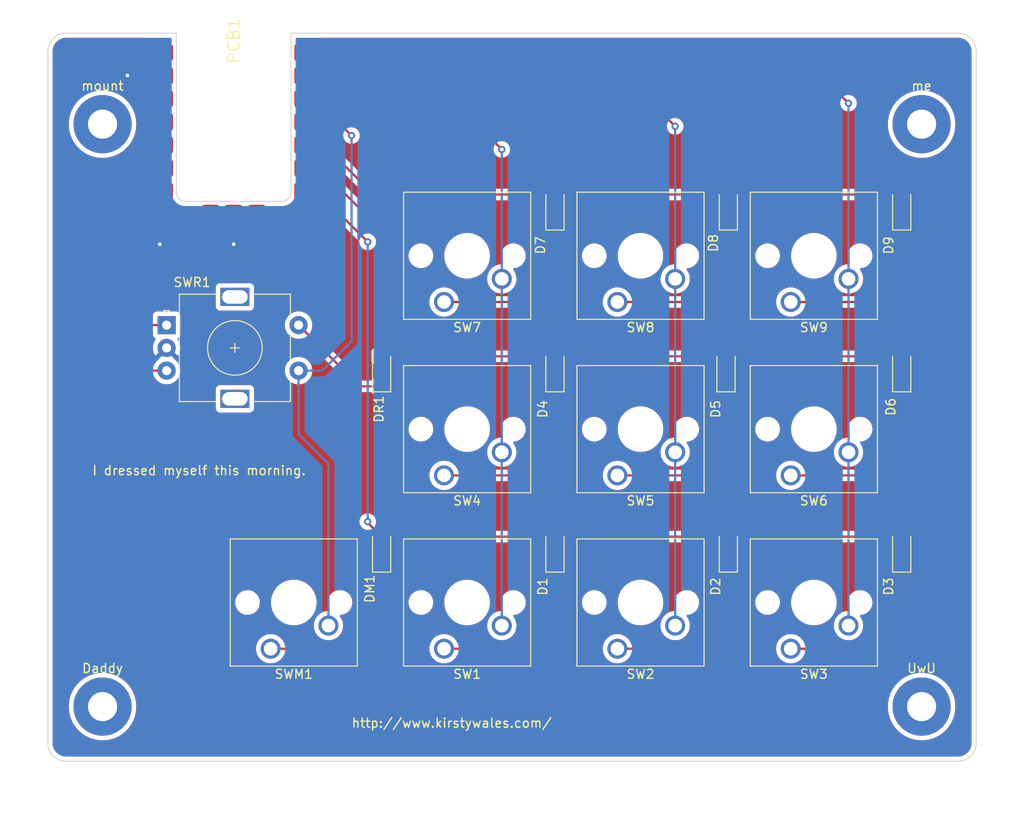
<source format=kicad_pcb>
(kicad_pcb (version 20211014) (generator pcbnew)
  (layers (0 "F.Cu" signal) (31 "B.Cu" signal) (34 "B.Paste" user) (35 "F.Paste" user) (36 "B.SilkS" user "B.Silkscreen") (37 "F.SilkS" user "F.Silkscreen") (38 "B.Mask" user) (39 "F.Mask" user) (44 "Edge.Cuts" user))
  (net 0 "")
  (net 1 "Net-(D1-Pad1)")
  (net 2 "Net-(D1-Pad2)")
  (net 3 "Net-(D2-Pad1)")
  (net 4 "Net-(D3-Pad1)")
  (net 5 "Net-(D4-Pad1)")
  (net 6 "Net-(D4-Pad2)")
  (net 7 "Net-(D5-Pad1)")
  (net 8 "Net-(D6-Pad1)")
  (net 9 "Net-(D7-Pad1)")
  (net 10 "Net-(D7-Pad2)")
  (net 11 "Net-(D8-Pad1)")
  (net 12 "Net-(D9-Pad1)")
  (net 13 "Net-(DM1-Pad1)")
  (net 14 "Net-(DR1-Pad1)")
  (net 17 "GND")
  (net 20 "Net-(PCB1-PadA1)")
  (net 21 "Net-(PCB1-PadA0)")
  (net 25 "Net-(PCB1-Pad3)")
  (net 26 "Net-(PCB1-Pad2)")
  (net 27 "Net-(PCB1-Pad1)")
  (net 28 "Net-(PCB1-Pad0)")
  (footprint "Diode_SMD:D_SOD-123" (layer "F.Cu") (at 201.814 69.382 90)
    (fp_text reference "D9" (at -3.928 -1.446 90) (layer "F.SilkS"))
    (fp_text value "DIODE")
    (fp_line (start -2.25 -1) (end -2.25 1) (layer "F.SilkS") (width 0.12))
    (fp_line (start -2.25 1) (end 1.65 1) (layer "F.SilkS") (width 0.12))
    (fp_line (start -2.25 -1) (end 1.65 -1) (layer "F.SilkS") (width 0.12))
    (pad "1" smd rect (at -1.65 0 90) (size 0.9 1.2) (layers "F.Cu" "F.Paste" "F.Mask") (net 12 "Net-(D9-Pad1)"))
    (pad "2" smd rect (at 1.65 0 90) (size 0.9 1.2) (layers "F.Cu" "F.Paste" "F.Mask") (net 10 "Net-(D7-Pad2)"))
  )
  (footprint "Diode_SMD:D_SOD-123" (layer "F.Cu") (at 201.814 106.974 90)
    (fp_text reference "D3" (at -3.836 -1.446 90) (layer "F.SilkS"))
    (fp_text value "DIODE")
    (fp_line (start -2.25 -1) (end -2.25 1) (layer "F.SilkS") (width 0.12))
    (fp_line (start -2.25 -1) (end 1.65 -1) (layer "F.SilkS") (width 0.12))
    (fp_line (start -2.25 1) (end 1.65 1) (layer "F.SilkS") (width 0.12))
    (pad "1" smd rect (at -1.65 0 90) (size 0.9 1.2) (layers "F.Cu" "F.Paste" "F.Mask") (net 4 "Net-(D3-Pad1)"))
    (pad "2" smd rect (at 1.65 0 90) (size 0.9 1.2) (layers "F.Cu" "F.Paste" "F.Mask") (net 2 "Net-(D1-Pad2)"))
  )
  (footprint "Diode_SMD:D_SOD-123" (layer "F.Cu") (at 144.664 87.162 90)
    (fp_text reference "DR1" (at -4.148 -0.296 90) (layer "F.SilkS"))
    (fp_text value "DIODE")
    (fp_line (start -2.25 1) (end 1.65 1) (layer "F.SilkS") (width 0.12))
    (fp_line (start -2.25 -1) (end 1.65 -1) (layer "F.SilkS") (width 0.12))
    (fp_line (start -2.25 -1) (end -2.25 1) (layer "F.SilkS") (width 0.12))
    (pad "1" smd rect (at -1.65 0 90) (size 0.9 1.2) (layers "F.Cu" "F.Paste" "F.Mask") (net 14 "Net-(DR1-Pad1)"))
    (pad "2" smd rect (at 1.65 0 90) (size 0.9 1.2) (layers "F.Cu" "F.Paste" "F.Mask") (net 6 "Net-(D4-Pad2)"))
  )
  (footprint "Diode_SMD:D_SOD-123" (layer "F.Cu") (at 163.714 106.974 90)
    (fp_text reference "D1" (at -3.836 -1.346 90) (layer "F.SilkS"))
    (fp_text value "DIODE")
    (fp_line (start -2.25 -1) (end -2.25 1) (layer "F.SilkS") (width 0.12))
    (fp_line (start -2.25 -1) (end 1.65 -1) (layer "F.SilkS") (width 0.12))
    (fp_line (start -2.25 1) (end 1.65 1) (layer "F.SilkS") (width 0.12))
    (pad "1" smd rect (at -1.65 0 90) (size 0.9 1.2) (layers "F.Cu" "F.Paste" "F.Mask") (net 1 "Net-(D1-Pad1)"))
    (pad "2" smd rect (at 1.65 0 90) (size 0.9 1.2) (layers "F.Cu" "F.Paste" "F.Mask") (net 2 "Net-(D1-Pad2)"))
  )
  (footprint "Diode_SMD:D_SOD-123" (layer "F.Cu") (at 182.51 87.162 90)
    (fp_text reference "D5" (at -4.148 -1.142 90) (layer "F.SilkS"))
    (fp_text value "DIODE")
    (fp_line (start -2.25 1) (end 1.65 1) (layer "F.SilkS") (width 0.12))
    (fp_line (start -2.25 -1) (end 1.65 -1) (layer "F.SilkS") (width 0.12))
    (fp_line (start -2.25 -1) (end -2.25 1) (layer "F.SilkS") (width 0.12))
    (pad "1" smd rect (at -1.65 0 90) (size 0.9 1.2) (layers "F.Cu" "F.Paste" "F.Mask") (net 7 "Net-(D5-Pad1)"))
    (pad "2" smd rect (at 1.65 0 90) (size 0.9 1.2) (layers "F.Cu" "F.Paste" "F.Mask") (net 6 "Net-(D4-Pad2)"))
  )
  (footprint "MountingHole:MountingHole_3.2mm_M3_Pad" (layer "F.Cu") (at 204 124)
    (fp_text reference "UwU" (at 0 -4.2) (layer "F.SilkS"))
    (fp_text value "MountingHole_3.2mm_M3_Pad")
    (pad "1" thru_hole circle locked (at 0 0) (size 6.4 6.4) (drill 3.2) (layers *.Cu *.Mask))
  )
  (footprint "Diode_SMD:D_SOD-123" (layer "F.Cu") (at 182.764 69.382 90)
    (fp_text reference "D8" (at -3.678 -1.646 90) (layer "F.SilkS"))
    (fp_text value "DIODE")
    (fp_line (start -2.25 -1) (end 1.65 -1) (layer "F.SilkS") (width 0.12))
    (fp_line (start -2.25 1) (end 1.65 1) (layer "F.SilkS") (width 0.12))
    (fp_line (start -2.25 -1) (end -2.25 1) (layer "F.SilkS") (width 0.12))
    (pad "1" smd rect (at -1.65 0 90) (size 0.9 1.2) (layers "F.Cu" "F.Paste" "F.Mask") (net 11 "Net-(D8-Pad1)"))
    (pad "2" smd rect (at 1.65 0 90) (size 0.9 1.2) (layers "F.Cu" "F.Paste" "F.Mask") (net 10 "Net-(D7-Pad2)"))
  )
  (footprint "Diode_SMD:D_SOD-123" (layer "F.Cu") (at 163.714 87.162 90)
    (fp_text reference "D4" (at -4.148 -1.346 90) (layer "F.SilkS"))
    (fp_text value "DIODE")
    (fp_line (start -2.25 -1) (end 1.65 -1) (layer "F.SilkS") (width 0.12))
    (fp_line (start -2.25 1) (end 1.65 1) (layer "F.SilkS") (width 0.12))
    (fp_line (start -2.25 -1) (end -2.25 1) (layer "F.SilkS") (width 0.12))
    (pad "1" smd rect (at -1.65 0 90) (size 0.9 1.2) (layers "F.Cu" "F.Paste" "F.Mask") (net 5 "Net-(D4-Pad1)"))
    (pad "2" smd rect (at 1.65 0 90) (size 0.9 1.2) (layers "F.Cu" "F.Paste" "F.Mask") (net 6 "Net-(D4-Pad2)"))
  )
  (footprint "Button_Switch_Keyboard:SW_Cherry_MX_1.00u_PCB" (layer "F.Cu") (at 132.472 117.642 180)
    (fp_text reference "SWM1" (at -2.54 -2.794) (layer "F.SilkS"))
    (fp_text value "SW_Push")
    (fp_line (start 4.445 12.065) (end -9.525 12.065) (layer "F.SilkS") (width 0.12))
    (fp_line (start -9.525 12.065) (end -9.525 -1.905) (layer "F.SilkS") (width 0.12))
    (fp_line (start -9.525 -1.905) (end 4.445 -1.905) (layer "F.SilkS") (width 0.12))
    (fp_line (start 4.445 -1.905) (end 4.445 12.065) (layer "F.SilkS") (width 0.12))
    (pad "" np_thru_hole circle (at -2.54 5.08 180) (size 4 4) (drill 4) (layers *.Cu *.Mask))
    (pad "" np_thru_hole circle (at 2.54 5.08 180) (size 1.7 1.7) (drill 1.7) (layers *.Cu *.Mask))
    (pad "" np_thru_hole circle (at -7.62 5.08 180) (size 1.7 1.7) (drill 1.7) (layers *.Cu *.Mask))
    (pad "1" thru_hole circle (at 0 0 180) (size 2.2 2.2) (drill 1.5) (layers *.Cu *.Mask) (net 13 "Net-(DM1-Pad1)"))
    (pad "2" thru_hole circle (at -6.35 2.54 180) (size 2.2 2.2) (drill 1.5) (layers *.Cu *.Mask) (net 25 "Net-(PCB1-Pad3)"))
  )
  (footprint "Button_Switch_Keyboard:SW_Cherry_MX_1.00u_PCB" (layer "F.Cu") (at 170.572 98.592 180)
    (fp_text reference "SW5" (at -2.54 -2.794) (layer "F.SilkS"))
    (fp_text value "SW_Push")
    (fp_line (start -9.525 12.065) (end -9.525 -1.905) (layer "F.SilkS") (width 0.12))
    (fp_line (start 4.445 12.065) (end -9.525 12.065) (layer "F.SilkS") (width 0.12))
    (fp_line (start 4.445 -1.905) (end 4.445 12.065) (layer "F.SilkS") (width 0.12))
    (fp_line (start -9.525 -1.905) (end 4.445 -1.905) (layer "F.SilkS") (width 0.12))
    (pad "" np_thru_hole circle (at -7.62 5.08 180) (size 1.7 1.7) (drill 1.7) (layers *.Cu *.Mask))
    (pad "" np_thru_hole circle (at 2.54 5.08 180) (size 1.7 1.7) (drill 1.7) (layers *.Cu *.Mask))
    (pad "" np_thru_hole circle (at -2.54 5.08 180) (size 4 4) (drill 4) (layers *.Cu *.Mask))
    (pad "1" thru_hole circle (at 0 0 180) (size 2.2 2.2) (drill 1.5) (layers *.Cu *.Mask) (net 7 "Net-(D5-Pad1)"))
    (pad "2" thru_hole circle (at -6.35 2.54 180) (size 2.2 2.2) (drill 1.5) (layers *.Cu *.Mask) (net 27 "Net-(PCB1-Pad1)"))
  )
  (footprint "pimoroni-boards:TINY2040" (layer "F.Cu") (at 128.408 50.8686 -90)
    (fp_text reference "PCB1" (at 0 0 90) (layer "F.SilkS") (effects (font (size 1.27 1.27))))
    (fp_text value "TINY2040")
    (fp_line (start 16.62 6.3) (end 0.7 6.3) (layer "Edge.Cuts") (width 0.1))
    (fp_line (start 0.7 -6.3) (end 16.62 -6.3) (layer "Edge.Cuts") (width 0.1))
    (fp_line (start 17.62 -5.3) (end 17.62 5.3) (layer "Edge.Cuts") (width 0.1))
    (fp_arc (start 16.62 -6.3) (mid 17.327107 -6.007107) (end 17.62 -5.3) (layer "Edge.Cuts") (width 0.1))
    (fp_arc (start 17.62 5.3) (mid 17.327107 6.007107) (end 16.62 6.3) (layer "Edge.Cuts") (width 0.1))
    (pad "0" smd roundrect (at 1.27 -8.17) (size 3 1.9) (layers "F.Cu" "F.Paste" "F.Mask") (roundrect_rratio 0.15) (net 28 "Net-(PCB1-Pad0)"))
    (pad "1" smd roundrect (at 3.81 -8.17) (size 3 1.9) (layers "F.Cu" "F.Paste" "F.Mask") (roundrect_rratio 0.15) (net 27 "Net-(PCB1-Pad1)"))
    (pad "2" smd roundrect (at 6.35 -8.17) (size 3 1.9) (layers "F.Cu" "F.Paste" "F.Mask") (roundrect_rratio 0.15) (net 26 "Net-(PCB1-Pad2)"))
    (pad "3" smd roundrect (at 8.89 -8.17) (size 3 1.9) (layers "F.Cu" "F.Paste" "F.Mask") (roundrect_rratio 0.15) (net 25 "Net-(PCB1-Pad3)"))
    (pad "3V3" smd roundrect (at 6.35 8.17) (size 3 1.9) (layers "F.Cu" "F.Paste" "F.Mask") (roundrect_rratio 0.15))
    (pad "4" smd roundrect (at 11.43 -8.17) (size 3 1.9) (layers "F.Cu" "F.Paste" "F.Mask") (roundrect_rratio 0.15) (net 10 "Net-(D7-Pad2)"))
    (pad "5" smd roundrect (at 13.97 -8.17) (size 3 1.9) (layers "F.Cu" "F.Paste" "F.Mask") (roundrect_rratio 0.15) (net 6 "Net-(D4-Pad2)"))
    (pad "5V" smd roundrect (at 1.27 8.17) (size 3 1.9) (layers "F.Cu" "F.Paste" "F.Mask") (roundrect_rratio 0.15))
    (pad "6" smd roundrect (at 16.51 -8.17) (size 3 1.9) (layers "F.Cu" "F.Paste" "F.Mask") (roundrect_rratio 0.15) (net 2 "Net-(D1-Pad2)"))
    (pad "7" smd roundrect (at 19.05 -8.17) (size 3 1.9) (layers "F.Cu" "F.Paste" "F.Mask") (roundrect_rratio 0.15))
    (pad "A0" smd roundrect (at 16.51 8.17) (size 3 1.9) (layers "F.Cu" "F.Paste" "F.Mask") (roundrect_rratio 0.15) (net 21 "Net-(PCB1-PadA0)"))
    (pad "A1" smd roundrect (at 13.97 8.17) (size 3 1.9) (layers "F.Cu" "F.Paste" "F.Mask") (roundrect_rratio 0.15) (net 20 "Net-(PCB1-PadA1)"))
    (pad "A2" smd roundrect (at 11.43 8.17) (size 3 1.9) (layers "F.Cu" "F.Paste" "F.Mask") (roundrect_rratio 0.15))
    (pad "A3" smd roundrect (at 8.89 8.17) (size 3 1.9) (layers "F.Cu" "F.Paste" "F.Mask") (roundrect_rratio 0.15))
    (pad "GND1" smd roundrect (at 3.81 8.17) (size 3 1.9) (layers "F.Cu" "F.Paste" "F.Mask") (roundrect_rratio 0.15) (net 17 "GND"))
    (pad "GND2" smd roundrect (at 19.05 8.17) (size 3 1.9) (layers "F.Cu" "F.Paste" "F.Mask") (roundrect_rratio 0.15) (net 17 "GND"))
    (pad "GND3" smd roundrect (at 19.49 0 90) (size 3 1.9) (layers "F.Cu" "F.Paste" "F.Mask") (roundrect_rratio 0.15) (net 17 "GND"))
    (pad "SWCLK" smd roundrect (at 19.49 2.54 90) (size 3 1.9) (layers "F.Cu" "F.Paste" "F.Mask") (roundrect_rratio 0.15))
    (pad "SWDIO" smd roundrect (at 19.49 -2.54 90) (size 3 1.9) (layers "F.Cu" "F.Paste" "F.Mask") (roundrect_rratio 0.15))
    (zone (net 0) (net_name "") (layer "F.Cu") (connect_pads (clearance 0)) (min_thickness 0.254)
      (keepout (tracks not_allowed) (vias not_allowed) (pads not_allowed) (copperpour not_allowed) (footprints allowed))
      (fill (thermal_gap 0.508) (thermal_bridge_width 0.508))
      (polygon (pts (xy 122.008 68.2686) (xy 122.008 70.8686) (xy 124.608 70.8686) (xy 124.608 68.2686)))
    )
    (zone (net 0) (net_name "") (layer "F.Cu") (connect_pads (clearance 0)) (min_thickness 0.254)
      (keepout (tracks not_allowed) (vias not_allowed) (pads not_allowed) (copperpour not_allowed) (footprints allowed))
      (fill (thermal_gap 0.508) (thermal_bridge_width 0.508))
      (polygon (pts (xy 132.208 68.2686) (xy 132.208 70.8686) (xy 134.808 70.8686) (xy 134.808 68.2686)))
    )
  )
  (footprint "Button_Switch_Keyboard:SW_Cherry_MX_1.00u_PCB" (layer "F.Cu") (at 151.522 79.542 180)
    (fp_text reference "SW7" (at -2.54 -2.794) (layer "F.SilkS"))
    (fp_text value "SW_Push")
    (fp_line (start 4.445 12.065) (end -9.525 12.065) (layer "F.SilkS") (width 0.12))
    (fp_line (start -9.525 12.065) (end -9.525 -1.905) (layer "F.SilkS") (width 0.12))
    (fp_line (start 4.445 -1.905) (end 4.445 12.065) (layer "F.SilkS") (width 0.12))
    (fp_line (start -9.525 -1.905) (end 4.445 -1.905) (layer "F.SilkS") (width 0.12))
    (pad "" np_thru_hole circle (at -7.62 5.08 180) (size 1.7 1.7) (drill 1.7) (layers *.Cu *.Mask))
    (pad "" np_thru_hole circle (at -2.54 5.08 180) (size 4 4) (drill 4) (layers *.Cu *.Mask))
    (pad "" np_thru_hole circle (at 2.54 5.08 180) (size 1.7 1.7) (drill 1.7) (layers *.Cu *.Mask))
    (pad "1" thru_hole circle (at 0 0 180) (size 2.2 2.2) (drill 1.5) (layers *.Cu *.Mask) (net 9 "Net-(D7-Pad1)"))
    (pad "2" thru_hole circle (at -6.35 2.54 180) (size 2.2 2.2) (drill 1.5) (layers *.Cu *.Mask) (net 26 "Net-(PCB1-Pad2)"))
  )
  (footprint "Button_Switch_Keyboard:SW_Cherry_MX_1.00u_PCB" (layer "F.Cu") (at 170.572 79.542 180)
    (fp_text reference "SW8" (at -2.54 -2.794) (layer "F.SilkS"))
    (fp_text value "SW_Push")
    (fp_line (start 4.445 -1.905) (end 4.445 12.065) (layer "F.SilkS") (width 0.12))
    (fp_line (start -9.525 12.065) (end -9.525 -1.905) (layer "F.SilkS") (width 0.12))
    (fp_line (start 4.445 12.065) (end -9.525 12.065) (layer "F.SilkS") (width 0.12))
    (fp_line (start -9.525 -1.905) (end 4.445 -1.905) (layer "F.SilkS") (width 0.12))
    (pad "" np_thru_hole circle (at 2.54 5.08 180) (size 1.7 1.7) (drill 1.7) (layers *.Cu *.Mask))
    (pad "" np_thru_hole circle (at -7.62 5.08 180) (size 1.7 1.7) (drill 1.7) (layers *.Cu *.Mask))
    (pad "" np_thru_hole circle (at -2.54 5.08 180) (size 4 4) (drill 4) (layers *.Cu *.Mask))
    (pad "1" thru_hole circle (at 0 0 180) (size 2.2 2.2) (drill 1.5) (layers *.Cu *.Mask) (net 11 "Net-(D8-Pad1)"))
    (pad "2" thru_hole circle (at -6.35 2.54 180) (size 2.2 2.2) (drill 1.5) (layers *.Cu *.Mask) (net 27 "Net-(PCB1-Pad1)"))
  )
  (footprint "Button_Switch_Keyboard:SW_Cherry_MX_1.00u_PCB" (layer "F.Cu") (at 189.622 117.642 180)
    (fp_text reference "SW3" (at -2.54 -2.794) (layer "F.SilkS"))
    (fp_text value "SW_Push")
    (fp_line (start -9.525 12.065) (end -9.525 -1.905) (layer "F.SilkS") (width 0.12))
    (fp_line (start 4.445 12.065) (end -9.525 12.065) (layer "F.SilkS") (width 0.12))
    (fp_line (start 4.445 -1.905) (end 4.445 12.065) (layer "F.SilkS") (width 0.12))
    (fp_line (start -9.525 -1.905) (end 4.445 -1.905) (layer "F.SilkS") (width 0.12))
    (pad "" np_thru_hole circle (at -7.62 5.08 180) (size 1.7 1.7) (drill 1.7) (layers *.Cu *.Mask))
    (pad "" np_thru_hole circle (at 2.54 5.08 180) (size 1.7 1.7) (drill 1.7) (layers *.Cu *.Mask))
    (pad "" np_thru_hole circle (at -2.54 5.08 180) (size 4 4) (drill 4) (layers *.Cu *.Mask))
    (pad "1" thru_hole circle (at 0 0 180) (size 2.2 2.2) (drill 1.5) (layers *.Cu *.Mask) (net 4 "Net-(D3-Pad1)"))
    (pad "2" thru_hole circle (at -6.35 2.54 180) (size 2.2 2.2) (drill 1.5) (layers *.Cu *.Mask) (net 28 "Net-(PCB1-Pad0)"))
  )
  (footprint "MountingHole:MountingHole_3.2mm_M3_Pad" (layer "F.Cu") (at 114 124)
    (fp_text reference "Daddy" (at 0 -4.2) (layer "F.SilkS"))
    (fp_text value "MountingHole_3.2mm_M3_Pad")
    (pad "1" thru_hole circle locked (at 0 0) (size 6.4 6.4) (drill 3.2) (layers *.Cu *.Mask))
  )
  (footprint "MountingHole:MountingHole_3.2mm_M3_Pad" (layer "F.Cu") (at 204 60)
    (fp_text reference "me" (at 0 -4.2) (layer "F.SilkS"))
    (fp_text value "MountingHole_3.2mm_M3_Pad")
    (pad "1" thru_hole circle locked (at 0 0) (size 6.4 6.4) (drill 3.2) (layers *.Cu *.Mask))
  )
  (footprint "Button_Switch_Keyboard:SW_Cherry_MX_1.00u_PCB" (layer "F.Cu") (at 151.522 98.592 180)
    (fp_text reference "SW4" (at -2.54 -2.794) (layer "F.SilkS"))
    (fp_text value "SW_Push")
    (fp_line (start 4.445 -1.905) (end 4.445 12.065) (layer "F.SilkS") (width 0.12))
    (fp_line (start -9.525 -1.905) (end 4.445 -1.905) (layer "F.SilkS") (width 0.12))
    (fp_line (start 4.445 12.065) (end -9.525 12.065) (layer "F.SilkS") (width 0.12))
    (fp_line (start -9.525 12.065) (end -9.525 -1.905) (layer "F.SilkS") (width 0.12))
    (pad "" np_thru_hole circle (at 2.54 5.08 180) (size 1.7 1.7) (drill 1.7) (layers *.Cu *.Mask))
    (pad "" np_thru_hole circle (at -2.54 5.08 180) (size 4 4) (drill 4) (layers *.Cu *.Mask))
    (pad "" np_thru_hole circle (at -7.62 5.08 180) (size 1.7 1.7) (drill 1.7) (layers *.Cu *.Mask))
    (pad "1" thru_hole circle (at 0 0 180) (size 2.2 2.2) (drill 1.5) (layers *.Cu *.Mask) (net 5 "Net-(D4-Pad1)"))
    (pad "2" thru_hole circle (at -6.35 2.54 180) (size 2.2 2.2) (drill 1.5) (layers *.Cu *.Mask) (net 26 "Net-(PCB1-Pad2)"))
  )
  (footprint "Diode_SMD:D_SOD-123" (layer "F.Cu") (at 201.814 87.162 90)
    (fp_text reference "D6" (at -3.898 -1.196 90) (layer "F.SilkS"))
    (fp_text value "DIODE")
    (fp_line (start -2.25 -1) (end 1.65 -1) (layer "F.SilkS") (width 0.12))
    (fp_line (start -2.25 1) (end 1.65 1) (layer "F.SilkS") (width 0.12))
    (fp_line (start -2.25 -1) (end -2.25 1) (layer "F.SilkS") (width 0.12))
    (pad "1" smd rect (at -1.65 0 90) (size 0.9 1.2) (layers "F.Cu" "F.Paste" "F.Mask") (net 8 "Net-(D6-Pad1)"))
    (pad "2" smd rect (at 1.65 0 90) (size 0.9 1.2) (layers "F.Cu" "F.Paste" "F.Mask") (net 6 "Net-(D4-Pad2)"))
  )
  (footprint "Rotary_Encoder:RotaryEncoder_Alps_EC11E-Switch_Vertical_H20mm" (layer "F.Cu") (at 121.042 82.082)
    (fp_text reference "SWR1" (at 2.8 -4.7) (layer "F.SilkS"))
    (fp_text value "RotaryEncoder_Switch")
    (fp_line (start 5.5 -3.4) (end 1.4 -3.4) (layer "F.SilkS") (width 0.12))
    (fp_line (start 13.6 8.4) (end 9.5 8.4) (layer "F.SilkS") (width 0.12))
    (fp_line (start 5.5 8.4) (end 1.4 8.4) (layer "F.SilkS") (width 0.12))
    (fp_line (start 0.3 -1.6) (end 0 -1.3) (layer "F.SilkS") (width 0.12))
    (fp_line (start 1.4 -3.4) (end 1.4 8.4) (layer "F.SilkS") (width 0.12))
    (fp_line (start 7 2.5) (end 8 2.5) (layer "F.SilkS") (width 0.12))
    (fp_line (start 13.6 -3.4) (end 13.6 -1) (layer "F.SilkS") (width 0.12))
    (fp_line (start 7.5 2) (end 7.5 3) (layer "F.SilkS") (width 0.12))
    (fp_line (start 0 -1.3) (end -0.3 -1.6) (layer "F.SilkS") (width 0.12))
    (fp_line (start -0.3 -1.6) (end 0.3 -1.6) (layer "F.SilkS") (width 0.12))
    (fp_line (start 13.6 6) (end 13.6 8.4) (layer "F.SilkS") (width 0.12))
    (fp_line (start 13.6 1.2) (end 13.6 3.8) (layer "F.SilkS") (width 0.12))
    (fp_line (start 9.5 -3.4) (end 13.6 -3.4) (layer "F.SilkS") (width 0.12))
    (fp_circle (center 7.5 2.5) (end 10.5 2.5) (layer "F.SilkS") (width 0.12) (fill none))
    (pad "A" thru_hole rect (at 0 0) (size 2 2) (drill 1) (layers *.Cu *.Mask) (net 21 "Net-(PCB1-PadA0)"))
    (pad "B" thru_hole circle (at 0 5) (size 2 2) (drill 1) (layers *.Cu *.Mask) (net 20 "Net-(PCB1-PadA1)"))
    (pad "C" thru_hole circle (at 0 2.5) (size 2 2) (drill 1) (layers *.Cu *.Mask) (net 17 "GND"))
    (pad "MP" thru_hole rect (at 7.5 8.1) (size 3.2 2) (drill oval 2.8 1.5) (layers *.Cu *.Mask))
    (pad "MP" thru_hole rect (at 7.5 -3.1) (size 3.2 2) (drill oval 2.8 1.5) (layers *.Cu *.Mask))
    (pad "S1" thru_hole circle (at 14.5 5) (size 2 2) (drill 1) (layers *.Cu *.Mask) (net 25 "Net-(PCB1-Pad3)"))
    (pad "S2" thru_hole circle (at 14.5 0) (size 2 2) (drill 1) (layers *.Cu *.Mask) (net 14 "Net-(DR1-Pad1)"))
  )
  (footprint "Button_Switch_Keyboard:SW_Cherry_MX_1.00u_PCB" (layer "F.Cu") (at 170.572 117.642 180)
    (fp_text reference "SW2" (at -2.54 -2.794) (layer "F.SilkS"))
    (fp_text value "SW_Push")
    (fp_line (start -9.525 12.065) (end -9.525 -1.905) (layer "F.SilkS") (width 0.12))
    (fp_line (start -9.525 -1.905) (end 4.445 -1.905) (layer "F.SilkS") (width 0.12))
    (fp_line (start 4.445 12.065) (end -9.525 12.065) (layer "F.SilkS") (width 0.12))
    (fp_line (start 4.445 -1.905) (end 4.445 12.065) (layer "F.SilkS") (width 0.12))
    (pad "" np_thru_hole circle (at -7.62 5.08 180) (size 1.7 1.7) (drill 1.7) (layers *.Cu *.Mask))
    (pad "" np_thru_hole circle (at -2.54 5.08 180) (size 4 4) (drill 4) (layers *.Cu *.Mask))
    (pad "" np_thru_hole circle (at 2.54 5.08 180) (size 1.7 1.7) (drill 1.7) (layers *.Cu *.Mask))
    (pad "1" thru_hole circle (at 0 0 180) (size 2.2 2.2) (drill 1.5) (layers *.Cu *.Mask) (net 3 "Net-(D2-Pad1)"))
    (pad "2" thru_hole circle (at -6.35 2.54 180) (size 2.2 2.2) (drill 1.5) (layers *.Cu *.Mask) (net 27 "Net-(PCB1-Pad1)"))
  )
  (footprint "MountingHole:MountingHole_3.2mm_M3_Pad" (layer "F.Cu") (at 114 60)
    (fp_text reference "mount" (at 0 -4.2) (layer "F.SilkS"))
    (fp_text value "MountingHole_3.2mm_M3_Pad")
    (pad "1" thru_hole circle locked (at 0 0) (size 6.4 6.4) (drill 3.2) (layers *.Cu *.Mask))
  )
  (footprint "Button_Switch_Keyboard:SW_Cherry_MX_1.00u_PCB" (layer "F.Cu") (at 189.622 79.542 180)
    (fp_text reference "SW9" (at -2.54 -2.794) (layer "F.SilkS"))
    (fp_text value "SW_Push")
    (fp_line (start 4.445 -1.905) (end 4.445 12.065) (layer "F.SilkS") (width 0.12))
    (fp_line (start 4.445 12.065) (end -9.525 12.065) (layer "F.SilkS") (width 0.12))
    (fp_line (start -9.525 -1.905) (end 4.445 -1.905) (layer "F.SilkS") (width 0.12))
    (fp_line (start -9.525 12.065) (end -9.525 -1.905) (layer "F.SilkS") (width 0.12))
    (pad "" np_thru_hole circle (at -2.54 5.08 180) (size 4 4) (drill 4) (layers *.Cu *.Mask))
    (pad "" np_thru_hole circle (at -7.62 5.08 180) (size 1.7 1.7) (drill 1.7) (layers *.Cu *.Mask))
    (pad "" np_thru_hole circle (at 2.54 5.08 180) (size 1.7 1.7) (drill 1.7) (layers *.Cu *.Mask))
    (pad "1" thru_hole circle (at 0 0 180) (size 2.2 2.2) (drill 1.5) (layers *.Cu *.Mask) (net 12 "Net-(D9-Pad1)"))
    (pad "2" thru_hole circle (at -6.35 2.54 180) (size 2.2 2.2) (drill 1.5) (layers *.Cu *.Mask) (net 28 "Net-(PCB1-Pad0)"))
  )
  (footprint "Diode_SMD:D_SOD-123" (layer "F.Cu") (at 182.764 106.974 90)
    (fp_text reference "D2" (at -3.836 -1.396 90) (layer "F.SilkS"))
    (fp_text value "DIODE")
    (fp_line (start -2.25 -1) (end -2.25 1) (layer "F.SilkS") (width 0.12))
    (fp_line (start -2.25 -1) (end 1.65 -1) (layer "F.SilkS") (width 0.12))
    (fp_line (start -2.25 1) (end 1.65 1) (layer "F.SilkS") (width 0.12))
    (pad "1" smd rect (at -1.65 0 90) (size 0.9 1.2) (layers "F.Cu" "F.Paste" "F.Mask") (net 3 "Net-(D2-Pad1)"))
    (pad "2" smd rect (at 1.65 0 90) (size 0.9 1.2) (layers "F.Cu" "F.Paste" "F.Mask") (net 2 "Net-(D1-Pad2)"))
  )
  (footprint "Button_Switch_Keyboard:SW_Cherry_MX_1.00u_PCB" (layer "F.Cu") (at 189.622 98.592 180)
    (fp_text reference "SW6" (at -2.54 -2.794) (layer "F.SilkS"))
    (fp_text value "SW_Push")
    (fp_line (start -9.525 12.065) (end -9.525 -1.905) (layer "F.SilkS") (width 0.12))
    (fp_line (start -9.525 -1.905) (end 4.445 -1.905) (layer "F.SilkS") (width 0.12))
    (fp_line (start 4.445 -1.905) (end 4.445 12.065) (layer "F.SilkS") (width 0.12))
    (fp_line (start 4.445 12.065) (end -9.525 12.065) (layer "F.SilkS") (width 0.12))
    (pad "" np_thru_hole circle (at -2.54 5.08 180) (size 4 4) (drill 4) (layers *.Cu *.Mask))
    (pad "" np_thru_hole circle (at 2.54 5.08 180) (size 1.7 1.7) (drill 1.7) (layers *.Cu *.Mask))
    (pad "" np_thru_hole circle (at -7.62 5.08 180) (size 1.7 1.7) (drill 1.7) (layers *.Cu *.Mask))
    (pad "1" thru_hole circle (at 0 0 180) (size 2.2 2.2) (drill 1.5) (layers *.Cu *.Mask) (net 8 "Net-(D6-Pad1)"))
    (pad "2" thru_hole circle (at -6.35 2.54 180) (size 2.2 2.2) (drill 1.5) (layers *.Cu *.Mask) (net 28 "Net-(PCB1-Pad0)"))
  )
  (footprint "Button_Switch_Keyboard:SW_Cherry_MX_1.00u_PCB" (layer "F.Cu") (at 151.522 117.642 180)
    (fp_text reference "SW1" (at -2.54 -2.794) (layer "F.SilkS"))
    (fp_text value "SW_Push")
    (fp_line (start 4.445 -1.905) (end 4.445 12.065) (layer "F.SilkS") (width 0.12))
    (fp_line (start -9.525 12.065) (end -9.525 -1.905) (layer "F.SilkS") (width 0.12))
    (fp_line (start -9.525 -1.905) (end 4.445 -1.905) (layer "F.SilkS") (width 0.12))
    (fp_line (start 4.445 12.065) (end -9.525 12.065) (layer "F.SilkS") (width 0.12))
    (pad "" np_thru_hole circle (at -7.62 5.08 180) (size 1.7 1.7) (drill 1.7) (layers *.Cu *.Mask))
    (pad "" np_thru_hole circle (at -2.54 5.08 180) (size 4 4) (drill 4) (layers *.Cu *.Mask))
    (pad "" np_thru_hole circle (at 2.54 5.08 180) (size 1.7 1.7) (drill 1.7) (layers *.Cu *.Mask))
    (pad "1" thru_hole circle (at 0 0 180) (size 2.2 2.2) (drill 1.5) (layers *.Cu *.Mask) (net 1 "Net-(D1-Pad1)"))
    (pad "2" thru_hole circle (at -6.35 2.54 180) (size 2.2 2.2) (drill 1.5) (layers *.Cu *.Mask) (net 26 "Net-(PCB1-Pad2)"))
  )
  (footprint "Diode_SMD:D_SOD-123" (layer "F.Cu") (at 144.664 106.974 90)
    (fp_text reference "DM1" (at -4.086 -1.296 90) (layer "F.SilkS"))
    (fp_text value "DIODE")
    (fp_line (start -2.25 -1) (end -2.25 1) (layer "F.SilkS") (width 0.12))
    (fp_line (start -2.25 -1) (end 1.65 -1) (layer "F.SilkS") (width 0.12))
    (fp_line (start -2.25 1) (end 1.65 1) (layer "F.SilkS") (width 0.12))
    (pad "1" smd rect (at -1.65 0 90) (size 0.9 1.2) (layers "F.Cu" "F.Paste" "F.Mask") (net 13 "Net-(DM1-Pad1)"))
    (pad "2" smd rect (at 1.65 0 90) (size 0.9 1.2) (layers "F.Cu" "F.Paste" "F.Mask") (net 2 "Net-(D1-Pad2)"))
  )
  (footprint "Diode_SMD:D_SOD-123" (layer "F.Cu") (at 163.714 69.382 90)
    (fp_text reference "D7" (at -3.928 -1.596 90) (layer "F.SilkS"))
    (fp_text value "DIODE")
    (fp_line (start -2.25 -1) (end -2.25 1) (layer "F.SilkS") (width 0.12))
    (fp_line (start -2.25 -1) (end 1.65 -1) (layer "F.SilkS") (width 0.12))
    (fp_line (start -2.25 1) (end 1.65 1) (layer "F.SilkS") (width 0.12))
    (pad "1" smd rect (at -1.65 0 90) (size 0.9 1.2) (layers "F.Cu" "F.Paste" "F.Mask") (net 9 "Net-(D7-Pad1)"))
    (pad "2" smd rect (at 1.65 0 90) (size 0.9 1.2) (layers "F.Cu" "F.Paste" "F.Mask") (net 10 "Net-(D7-Pad2)"))
  )
  (gr_arc (start 210 128) (mid 209.414214 129.414214) (end 208 130) (layer "Edge.Cuts") (width 0.1))
  (gr_line (start 110 50) (end 122.108 50) (layer "Edge.Cuts") (width 0.1))
  (gr_line (start 134.708 50) (end 208 50) (layer "Edge.Cuts") (width 0.1))
  (gr_line (start 210 128) (end 210 52) (layer "Edge.Cuts") (width 0.1))
  (gr_line (start 108 128) (end 108 52) (layer "Edge.Cuts") (width 0.1))
  (gr_arc (start 108 52) (mid 108.585786 50.585786) (end 110 50) (layer "Edge.Cuts") (width 0.1))
  (gr_line (start 208 130) (end 110 130) (layer "Edge.Cuts") (width 0.1))
  (gr_arc (start 110 130) (mid 108.585786 129.414214) (end 108 128) (layer "Edge.Cuts") (width 0.1))
  (gr_line (start 134.708 51.5686) (end 134.708 50) (layer "Edge.Cuts") (width 0.1))
  (gr_arc (start 208 50) (mid 209.414214 50.585786) (end 210 52) (layer "Edge.Cuts") (width 0.1))
  (gr_line (start 122.108 50) (end 122.108 51.5686) (layer "Edge.Cuts") (width 0.1))
  (gr_text "I dressed myself this morning." (at 124.618 98.06) (layer "F.SilkS") (effects (font (size 1 1))))
  (gr_text "http://www.kirstywales.com/" (at 152.368 125.81) (layer "F.SilkS") (effects (font (size 1 1))))
  (segment (start 163.714 114.594) (end 160.666 117.642) (width 0.25) (layer "F.Cu") (net 1))
  (segment (start 160.666 117.642) (end 151.522 117.642) (width 0.25) (layer "F.Cu") (net 1))
  (segment (start 163.714 108.624) (end 163.714 114.594) (width 0.25) (layer "F.Cu") (net 1))
  (segment (start 143.14 103.672) (end 143.14 103.8) (width 0.25) (layer "F.Cu") (net 2))
  (segment (start 136.578 67.3786) (end 137.5806 67.3786) (width 0.25) (layer "F.Cu") (net 2))
  (segment (start 143.14 103.8) (end 144.664 105.324) (width 0.25) (layer "F.Cu") (net 2))
  (segment (start 137.5806 67.3786) (end 143.14 72.938) (width 0.25) (layer "F.Cu") (net 2))
  (segment (start 144.664 105.324) (end 201.814 105.324) (width 0.25) (layer "F.Cu") (net 2))
  (via (at 143.14 103.672) (size 0.8) (drill 0.4) (layers "F.Cu" "B.Cu") (net 2))
  (via (at 143.14 72.938) (size 0.8) (drill 0.4) (layers "F.Cu" "B.Cu") (net 2))
  (segment (start 143.14 72.938) (end 143.14 103.672) (width 0.25) (layer "B.Cu") (net 2))
  (segment (start 179.716 117.642) (end 170.572 117.642) (width 0.25) (layer "F.Cu") (net 3))
  (segment (start 182.764 108.624) (end 182.764 114.594) (width 0.25) (layer "F.Cu") (net 3))
  (segment (start 182.764 114.594) (end 179.716 117.642) (width 0.25) (layer "F.Cu") (net 3))
  (segment (start 201.814 108.624) (end 201.814 114.594) (width 0.25) (layer "F.Cu") (net 4))
  (segment (start 201.814 114.594) (end 198.766 117.642) (width 0.25) (layer "F.Cu") (net 4))
  (segment (start 198.766 117.642) (end 189.622 117.642) (width 0.25) (layer "F.Cu") (net 4))
  (segment (start 151.522 98.592) (end 160.666 98.592) (width 0.25) (layer "F.Cu") (net 5))
  (segment (start 160.666 98.592) (end 163.714 95.544) (width 0.25) (layer "F.Cu") (net 5))
  (segment (start 163.714 95.544) (end 163.714 88.812) (width 0.25) (layer "F.Cu") (net 5))
  (segment (start 163.714 85.512) (end 201.814 85.512) (width 0.25) (layer "F.Cu") (net 6))
  (segment (start 137.8346 64.8386) (end 144.664 71.668) (width 0.25) (layer "F.Cu") (net 6))
  (segment (start 136.578 64.8386) (end 137.8346 64.8386) (width 0.25) (layer "F.Cu") (net 6))
  (segment (start 144.664 85.512) (end 163.714 85.512) (width 0.25) (layer "F.Cu") (net 6))
  (segment (start 144.664 71.668) (end 144.664 85.512) (width 0.25) (layer "F.Cu") (net 6))
  (segment (start 170.572 98.592) (end 179.716 98.592) (width 0.25) (layer "F.Cu") (net 7))
  (segment (start 182.51 95.798) (end 182.51 88.812) (width 0.25) (layer "F.Cu") (net 7))
  (segment (start 179.716 98.592) (end 182.51 95.798) (width 0.25) (layer "F.Cu") (net 7))
  (segment (start 198.766 98.592) (end 201.814 95.544) (width 0.25) (layer "F.Cu") (net 8))
  (segment (start 201.814 95.544) (end 201.814 88.812) (width 0.25) (layer "F.Cu") (net 8))
  (segment (start 189.622 98.592) (end 198.766 98.592) (width 0.25) (layer "F.Cu") (net 8))
  (segment (start 163.714 76.494) (end 160.666 79.542) (width 0.25) (layer "F.Cu") (net 9))
  (segment (start 163.714 71.032) (end 163.714 76.494) (width 0.25) (layer "F.Cu") (net 9))
  (segment (start 160.666 79.542) (end 151.522 79.542) (width 0.25) (layer "F.Cu") (net 9))
  (segment (start 136.578 62.2986) (end 138.3426 62.2986) (width 0.25) (layer "F.Cu") (net 10))
  (segment (start 138.3426 62.2986) (end 143.776 67.732) (width 0.25) (layer "F.Cu") (net 10))
  (segment (start 143.776 67.732) (end 163.714 67.732) (width 0.25) (layer "F.Cu") (net 10))
  (segment (start 163.714 67.732) (end 201.814 67.732) (width 0.25) (layer "F.Cu") (net 10))
  (segment (start 179.716 79.542) (end 182.764 76.494) (width 0.25) (layer "F.Cu") (net 11))
  (segment (start 170.572 79.542) (end 179.716 79.542) (width 0.25) (layer "F.Cu") (net 11))
  (segment (start 182.764 76.494) (end 182.764 71.032) (width 0.25) (layer "F.Cu") (net 11))
  (segment (start 201.814 76.494) (end 198.766 79.542) (width 0.25) (layer "F.Cu") (net 12))
  (segment (start 201.814 71.032) (end 201.814 76.494) (width 0.25) (layer "F.Cu") (net 12))
  (segment (start 198.766 79.542) (end 189.622 79.542) (width 0.25) (layer "F.Cu") (net 12))
  (segment (start 141.616 117.642) (end 132.472 117.642) (width 0.25) (layer "F.Cu") (net 13))
  (segment (start 144.664 114.594) (end 141.616 117.642) (width 0.25) (layer "F.Cu") (net 13))
  (segment (start 144.664 108.624) (end 144.664 114.594) (width 0.25) (layer "F.Cu") (net 13))
  (segment (start 142.272 88.812) (end 144.664 88.812) (width 0.25) (layer "F.Cu") (net 14))
  (segment (start 135.542 82.082) (end 142.272 88.812) (width 0.25) (layer "F.Cu") (net 14))
  (segment (start 120.238 54.6786) (end 116.7526 54.6786) (width 0.25) (layer "F.Cu") (net 17))
  (segment (start 116.7526 54.6786) (end 116.724 54.65) (width 0.25) (layer "F.Cu") (net 17))
  (segment (start 120.238 69.9186) (end 120.238 73.15) (width 0.25) (layer "F.Cu") (net 17))
  (segment (start 128.408 70.3586) (end 128.408 73.192) (width 0.25) (layer "F.Cu") (net 17))
  (segment (start 120.238 73.15) (end 120.28 73.192) (width 0.25) (layer "F.Cu") (net 17))
  (via (at 128.408 73.192) (size 0.8) (drill 0.4) (layers "F.Cu" "B.Cu") (net 17))
  (via (at 116.724 54.65) (size 0.8) (drill 0.4) (layers "F.Cu" "B.Cu") (net 17))
  (via (at 120.28 73.192) (size 0.8) (drill 0.4) (layers "F.Cu" "B.Cu") (net 17))
  (segment (start 116.47 66.842) (end 116.47 84.368) (width 0.25) (layer "F.Cu") (net 20))
  (segment (start 118.4734 64.8386) (end 116.47 66.842) (width 0.25) (layer "F.Cu") (net 20))
  (segment (start 120.238 64.8386) (end 118.4734 64.8386) (width 0.25) (layer "F.Cu") (net 20))
  (segment (start 119.184 87.082) (end 121.042 87.082) (width 0.25) (layer "F.Cu") (net 20))
  (segment (start 116.47 84.368) (end 119.184 87.082) (width 0.25) (layer "F.Cu") (net 20))
  (segment (start 117.232 68.6486) (end 118.502 67.3786) (width 0.25) (layer "F.Cu") (net 21))
  (segment (start 121.042 82.082) (end 119.264 82.082) (width 0.25) (layer "F.Cu") (net 21))
  (segment (start 118.502 67.3786) (end 120.238 67.3786) (width 0.25) (layer "F.Cu") (net 21))
  (segment (start 119.264 82.082) (end 117.232 80.05) (width 0.25) (layer "F.Cu") (net 21))
  (segment (start 117.232 80.05) (end 117.232 68.6486) (width 0.25) (layer "F.Cu") (net 21))
  (segment (start 136.578 59.7586) (end 139.8666 59.7586) (width 0.25) (layer "F.Cu") (net 25))
  (segment (start 139.8666 59.7586) (end 141.362 61.254) (width 0.25) (layer "F.Cu") (net 25))
  (via (at 141.362 61.254) (size 0.8) (drill 0.4) (layers "F.Cu" "B.Cu") (net 25))
  (segment (start 138.14 87.082) (end 135.542 87.082) (width 0.25) (layer "B.Cu") (net 25))
  (segment (start 141.362 83.86) (end 138.14 87.082) (width 0.25) (layer "B.Cu") (net 25))
  (segment (start 141.362 61.254) (end 141.362 83.86) (width 0.25) (layer "B.Cu") (net 25))
  (segment (start 138.822 115.102) (end 138.822 97.42) (width 0.25) (layer "B.Cu") (net 25))
  (segment (start 135.542 94.042) (end 138.822 97.322) (width 0.25) (layer "B.Cu") (net 25))
  (segment (start 135.542 87.082) (end 135.542 94.042) (width 0.25) (layer "B.Cu") (net 25))
  (segment (start 157.872 62.778) (end 152.3126 57.2186) (width 0.25) (layer "F.Cu") (net 26))
  (segment (start 152.3126 57.2186) (end 136.578 57.2186) (width 0.25) (layer "F.Cu") (net 26))
  (via (at 157.872 62.778) (size 0.8) (drill 0.4) (layers "F.Cu" "B.Cu") (net 26))
  (segment (start 157.872 96.052) (end 157.872 77.002) (width 0.25) (layer "B.Cu") (net 26))
  (segment (start 157.872 115.102) (end 157.872 96.052) (width 0.25) (layer "B.Cu") (net 26))
  (segment (start 157.872 77.002) (end 157.872 62.778) (width 0.25) (layer "B.Cu") (net 26))
  (segment (start 176.922 60.238) (end 171.3626 54.6786) (width 0.25) (layer "F.Cu") (net 27))
  (segment (start 171.3626 54.6786) (end 136.578 54.6786) (width 0.25) (layer "F.Cu") (net 27))
  (via (at 176.922 60.238) (size 0.8) (drill 0.4) (layers "F.Cu" "B.Cu") (net 27))
  (segment (start 176.922 77.002) (end 176.922 60.238) (width 0.25) (layer "B.Cu") (net 27))
  (segment (start 176.922 96.052) (end 176.922 115.102) (width 0.25) (layer "B.Cu") (net 27))
  (segment (start 176.922 77.002) (end 176.922 96.052) (width 0.25) (layer "B.Cu") (net 27))
  (segment (start 190.4126 52.1386) (end 195.972 57.698) (width 0.25) (layer "F.Cu") (net 28))
  (segment (start 136.578 52.1386) (end 190.4126 52.1386) (width 0.25) (layer "F.Cu") (net 28))
  (via (at 195.972 57.698) (size 0.8) (drill 0.4) (layers "F.Cu" "B.Cu") (net 28))
  (segment (start 195.972 115.102) (end 195.972 96.052) (width 0.25) (layer "B.Cu") (net 28))
  (segment (start 195.972 96.052) (end 195.972 77.002) (width 0.25) (layer "B.Cu") (net 28))
  (segment (start 195.972 77.002) (end 195.972 57.698) (width 0.25) (layer "B.Cu") (net 28))
  (zone (net 17) (net_name "GND") (layers F&B.Cu) (connect_pads (clearance 0.508)) (min_thickness 0.254) (fill yes (thermal_gap 0.508) (thermal_bridge_width 0.508))
    (polygon (pts (xy 214.007251 136.727112) (xy 104.787251 135.711112) (xy 104.025251 47.319112) (xy 214.261251 47.065112)))
  )
)
</source>
